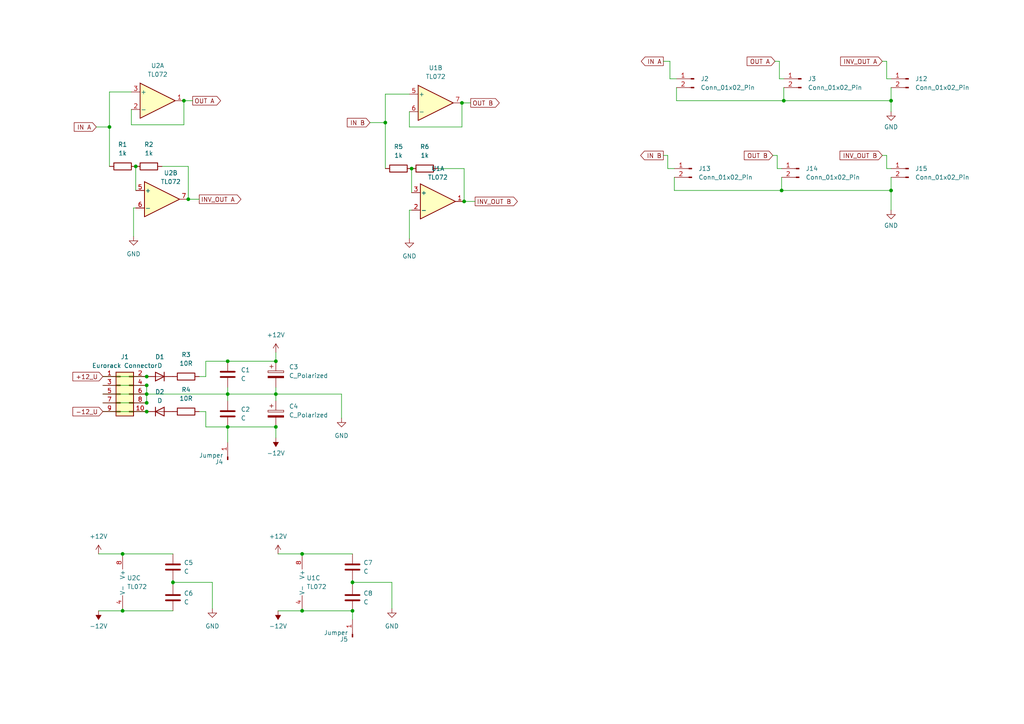
<source format=kicad_sch>
(kicad_sch (version 20230121) (generator eeschema)
  (paper "A4")
  (lib_symbols
    (symbol "Amplifier_Operational:TL072" (pin_names (offset 0.127))
      (property "Reference" "U" (at 0 5.08 0))
      (property "Value" "TL072" (at 0 -5.08 0))
      (symbol "TL072_1_1"
        (polyline (pts (xy -5.08 5.08) (xy 5.08 0) (xy -5.08 -5.08) (xy -5.08 5.08)) (stroke (width 0.254)) (fill (type background)))
        (pin output line (at 7.62 0 180) (length 2.54) (name "~") (number "1"))
        (pin input line (at -7.62 -2.54 0) (length 2.54) (name "-") (number "2"))
        (pin input line (at -7.62 2.54 0) (length 2.54) (name "+") (number "3"))
      )
      (symbol "TL072_2_1"
        (polyline (pts (xy -5.08 5.08) (xy 5.08 0) (xy -5.08 -5.08) (xy -5.08 5.08)) (stroke (width 0.254)) (fill (type background)))
        (pin input line (at -7.62 2.54 0) (length 2.54) (name "+") (number "5"))
        (pin input line (at -7.62 -2.54 0) (length 2.54) (name "-") (number "6"))
        (pin output line (at 7.62 0 180) (length 2.54) (name "~") (number "7"))
      )
      (symbol "TL072_3_1"
        (pin power_in line (at -2.54 -7.62 90) (length 3.81) (name "V-") (number "4"))
        (pin power_in line (at -2.54 7.62 270) (length 3.81) (name "V+") (number "8"))
      )
    )
    (symbol "Connector:Conn_01x01_Pin" (pin_names (offset 1.016) hide)
      (property "Reference" "J" (at 0 2.54 0))
      (property "Value" "Conn_01x01_Pin" (at 0 -2.54 0))
      (symbol "Conn_01x01_Pin_1_1"
        (polyline (pts (xy 1.27 0) (xy 0.8636 0)) (stroke (width 0.1524)))
        (rectangle (start 0.8636 0.127) (end 0 -0.127) (stroke (width 0.1524)) (fill (type outline)))
        (pin passive line (at 5.08 0 180) (length 3.81) (name "Pin_1") (number "1"))
      )
    )
    (symbol "Connector:Conn_01x02_Pin" (pin_names (offset 1.016) hide)
      (property "Reference" "J" (at 0 2.54 0))
      (property "Value" "Conn_01x02_Pin" (at 0 -5.08 0))
      (symbol "Conn_01x02_Pin_1_1"
        (polyline (pts (xy 1.27 -2.54) (xy 0.8636 -2.54)) (stroke (width 0.1524)))
        (polyline (pts (xy 1.27 0) (xy 0.8636 0)) (stroke (width 0.1524)))
        (rectangle (start 0.8636 -2.413) (end 0 -2.667) (stroke (width 0.1524)) (fill (type outline)))
        (rectangle (start 0.8636 0.127) (end 0 -0.127) (stroke (width 0.1524)) (fill (type outline)))
        (pin passive line (at 5.08 0 180) (length 3.81) (name "Pin_1") (number "1"))
        (pin passive line (at 5.08 -2.54 180) (length 3.81) (name "Pin_2") (number "2"))
      )
    )
    (symbol "Connector_Generic:Conn_02x05_Odd_Even" (pin_names (offset 1.016) hide)
      (property "Reference" "J" (at 1.27 7.62 0))
      (property "Value" "Conn_02x05_Odd_Even" (at 1.27 -7.62 0))
      (symbol "Conn_02x05_Odd_Even_1_1"
        (rectangle (start -1.27 -4.953) (end 0 -5.207) (stroke (width 0.1524)))
        (rectangle (start -1.27 -2.413) (end 0 -2.667) (stroke (width 0.1524)))
        (rectangle (start -1.27 0.127) (end 0 -0.127) (stroke (width 0.1524)))
        (rectangle (start -1.27 2.667) (end 0 2.413) (stroke (width 0.1524)))
        (rectangle (start -1.27 5.207) (end 0 4.953) (stroke (width 0.1524)))
        (rectangle (start -1.27 6.35) (end 3.81 -6.35) (stroke (width 0.254)) (fill (type background)))
        (rectangle (start 3.81 -4.953) (end 2.54 -5.207) (stroke (width 0.1524)))
        (rectangle (start 3.81 -2.413) (end 2.54 -2.667) (stroke (width 0.1524)))
        (rectangle (start 3.81 0.127) (end 2.54 -0.127) (stroke (width 0.1524)))
        (rectangle (start 3.81 2.667) (end 2.54 2.413) (stroke (width 0.1524)))
        (rectangle (start 3.81 5.207) (end 2.54 4.953) (stroke (width 0.1524)))
        (pin passive line (at -5.08 5.08 0) (length 3.81) (name "Pin_1") (number "1"))
        (pin passive line (at 7.62 -5.08 180) (length 3.81) (name "Pin_10") (number "10"))
        (pin passive line (at 7.62 5.08 180) (length 3.81) (name "Pin_2") (number "2"))
        (pin passive line (at -5.08 2.54 0) (length 3.81) (name "Pin_3") (number "3"))
        (pin passive line (at 7.62 2.54 180) (length 3.81) (name "Pin_4") (number "4"))
        (pin passive line (at -5.08 0 0) (length 3.81) (name "Pin_5") (number "5"))
        (pin passive line (at 7.62 0 180) (length 3.81) (name "Pin_6") (number "6"))
        (pin passive line (at -5.08 -2.54 0) (length 3.81) (name "Pin_7") (number "7"))
        (pin passive line (at 7.62 -2.54 180) (length 3.81) (name "Pin_8") (number "8"))
        (pin passive line (at -5.08 -5.08 0) (length 3.81) (name "Pin_9") (number "9"))
      )
    )
    (symbol "Device:C" (pin_numbers hide) (pin_names (offset 0.254))
      (property "Reference" "C" (at 0.635 2.54 0))
      (property "Value" "C" (at 0.635 -2.54 0))
      (symbol "C_0_1"
        (polyline (pts (xy -2.032 -0.762) (xy 2.032 -0.762)) (stroke (width 0.508)))
        (polyline (pts (xy -2.032 0.762) (xy 2.032 0.762)) (stroke (width 0.508)))
      )
      (symbol "C_1_1"
        (pin passive line (at 0 3.81 270) (length 2.794) (name "~") (number "1"))
        (pin passive line (at 0 -3.81 90) (length 2.794) (name "~") (number "2"))
      )
    )
    (symbol "Device:C_Polarized" (pin_numbers hide) (pin_names (offset 0.254))
      (property "Reference" "C" (at 0.635 2.54 0))
      (property "Value" "C_Polarized" (at 0.635 -2.54 0))
      (symbol "C_Polarized_0_1"
        (rectangle (start -2.286 0.508) (end 2.286 1.016))
        (polyline (pts (xy -1.778 2.286) (xy -0.762 2.286)))
        (polyline (pts (xy -1.27 2.794) (xy -1.27 1.778)))
        (rectangle (start 2.286 -0.508) (end -2.286 -1.016) (fill (type outline)))
      )
      (symbol "C_Polarized_1_1"
        (pin passive line (at 0 3.81 270) (length 2.794) (name "~") (number "1"))
        (pin passive line (at 0 -3.81 90) (length 2.794) (name "~") (number "2"))
      )
    )
    (symbol "Device:D" (pin_numbers hide) (pin_names (offset 1.016) hide)
      (property "Reference" "D" (at 0 2.54 0))
      (property "Value" "D" (at 0 -2.54 0))
      (symbol "D_0_1"
        (polyline (pts (xy -1.27 1.27) (xy -1.27 -1.27)) (stroke (width 0.254)))
        (polyline (pts (xy 1.27 0) (xy -1.27 0)))
        (polyline (pts (xy 1.27 1.27) (xy 1.27 -1.27) (xy -1.27 0) (xy 1.27 1.27)) (stroke (width 0.254)))
      )
      (symbol "D_1_1"
        (pin passive line (at -3.81 0 0) (length 2.54) (name "K") (number "1"))
        (pin passive line (at 3.81 0 180) (length 2.54) (name "A") (number "2"))
      )
    )
    (symbol "Device:R" (pin_numbers hide) (pin_names (offset 0))
      (property "Reference" "R" (at 2.032 0 90))
      (property "Value" "R" (at 0 0 90))
      (symbol "R_0_1"
        (rectangle (start -1.016 -2.54) (end 1.016 2.54) (stroke (width 0.254)))
      )
      (symbol "R_1_1"
        (pin passive line (at 0 3.81 270) (length 1.27) (name "~") (number "1"))
        (pin passive line (at 0 -3.81 90) (length 1.27) (name "~") (number "2"))
      )
    )
    (symbol "power:+12V" (power) (pin_names (offset 0))
      (property "Value" "+12V" (at 0 3.556 0))
      (symbol "+12V_0_1"
        (polyline (pts (xy -0.762 1.27) (xy 0 2.54)))
        (polyline (pts (xy 0 0) (xy 0 2.54)))
        (polyline (pts (xy 0 2.54) (xy 0.762 1.27)))
      )
      (symbol "+12V_1_1"
        (pin power_in line (at 0 0 90) (length 0) hide (name "+12V") (number "1"))
      )
    )
    (symbol "power:-12V" (power) (pin_names (offset 0))
      (property "Value" "-12V" (at 0 3.81 0))
      (symbol "-12V_0_0"
        (pin power_in line (at 0 0 90) (length 0) hide (name "-12V") (number "1"))
      )
      (symbol "-12V_0_1"
        (polyline (pts (xy 0 0) (xy 0 1.27) (xy 0.762 1.27) (xy 0 2.54) (xy -0.762 1.27) (xy 0 1.27)) (fill (type outline)))
      )
    )
    (symbol "power:GND" (power) (pin_names (offset 0))
      (property "Value" "GND" (at 0 -3.81 0))
      (symbol "GND_0_1"
        (polyline (pts (xy 0 0) (xy 0 -1.27) (xy 1.27 -1.27) (xy 0 -2.54) (xy -1.27 -1.27) (xy 0 -1.27)))
      )
      (symbol "GND_1_1"
        (pin power_in line (at 0 0 270) (length 0) hide (name "GND") (number "1"))
      )
    )
  )
  (junction (at 39.37 48.26))
  (junction (at 87.63 160.655))
  (junction (at 42.545 116.84))
  (junction (at 42.545 111.76))
  (junction (at 42.545 114.3))
  (junction (at 133.985 29.845))
  (junction (at 80.01 114.3))
  (junction (at 53.34 29.21))
  (junction (at 227.33 29.21))
  (junction (at 35.56 177.165))
  (junction (at 50.165 168.91))
  (junction (at 87.63 177.165))
  (junction (at 80.01 123.825))
  (junction (at 111.76 35.56))
  (junction (at 66.04 123.825))
  (junction (at 42.545 109.22))
  (junction (at 66.04 104.775))
  (junction (at 42.545 119.38))
  (junction (at 35.56 160.655))
  (junction (at 134.62 58.42))
  (junction (at 226.695 55.245))
  (junction (at 119.38 48.895))
  (junction (at 66.04 114.3))
  (junction (at 102.235 168.91))
  (junction (at 258.445 29.21))
  (junction (at 102.235 177.165))
  (junction (at 80.01 104.775))
  (junction (at 258.445 55.245))
  (junction (at 54.61 57.785))
  (junction (at 31.75 36.83))
  (wire (pts (xy 54.61 48.26) (xy 46.99 48.26)))
  (wire (pts (xy 111.76 27.305) (xy 118.745 27.305)))
  (wire (pts (xy 66.04 104.775) (xy 80.01 104.775)))
  (wire (pts (xy 258.445 55.245) (xy 258.445 60.96)))
  (wire (pts (xy 196.215 25.4) (xy 196.215 29.21)))
  (wire (pts (xy 193.675 48.895) (xy 193.675 45.085)))
  (wire (pts (xy 38.1 31.75) (xy 38.1 36.195)))
  (wire (pts (xy 102.235 168.91) (xy 102.235 169.545)))
  (wire (pts (xy 133.985 29.845) (xy 133.985 36.83)))
  (wire (pts (xy 59.69 104.775) (xy 59.69 109.22)))
  (wire (pts (xy 102.235 168.275) (xy 102.235 168.91)))
  (wire (pts (xy 57.785 119.38) (xy 59.69 119.38)))
  (wire (pts (xy 134.62 58.42) (xy 137.795 58.42)))
  (wire (pts (xy 99.06 114.3) (xy 99.06 121.285)))
  (wire (pts (xy 80.01 102.235) (xy 80.01 104.775)))
  (wire (pts (xy 29.845 116.84) (xy 42.545 116.84)))
  (wire (pts (xy 53.34 29.21) (xy 53.34 36.195)))
  (wire (pts (xy 226.695 51.435) (xy 226.695 55.245)))
  (wire (pts (xy 38.735 60.325) (xy 39.37 60.325)))
  (wire (pts (xy 80.645 160.655) (xy 87.63 160.655)))
  (wire (pts (xy 66.04 114.3) (xy 66.04 116.205)))
  (wire (pts (xy 258.445 29.21) (xy 227.33 29.21)))
  (wire (pts (xy 31.75 48.26) (xy 31.75 36.83)))
  (wire (pts (xy 66.04 123.825) (xy 80.01 123.825)))
  (wire (pts (xy 31.75 36.83) (xy 31.75 26.67)))
  (wire (pts (xy 50.165 168.91) (xy 61.595 168.91)))
  (wire (pts (xy 102.235 160.655) (xy 87.63 160.655)))
  (wire (pts (xy 59.69 123.825) (xy 66.04 123.825)))
  (wire (pts (xy 38.735 68.58) (xy 38.735 60.325)))
  (wire (pts (xy 257.175 17.78) (xy 257.175 22.86)))
  (wire (pts (xy 195.58 48.895) (xy 193.675 48.895)))
  (wire (pts (xy 102.235 179.705) (xy 102.235 177.165)))
  (wire (pts (xy 29.845 109.22) (xy 42.545 109.22)))
  (wire (pts (xy 80.01 112.395) (xy 80.01 114.3)))
  (wire (pts (xy 194.31 22.86) (xy 194.31 17.78)))
  (wire (pts (xy 53.34 29.21) (xy 55.88 29.21)))
  (wire (pts (xy 27.94 36.83) (xy 31.75 36.83)))
  (wire (pts (xy 87.63 177.165) (xy 102.235 177.165)))
  (wire (pts (xy 59.69 119.38) (xy 59.69 123.825)))
  (wire (pts (xy 226.695 55.245) (xy 195.58 55.245)))
  (wire (pts (xy 257.175 45.085) (xy 255.905 45.085)))
  (wire (pts (xy 196.215 22.86) (xy 194.31 22.86)))
  (wire (pts (xy 224.155 45.085) (xy 225.425 45.085)))
  (wire (pts (xy 80.645 177.165) (xy 87.63 177.165)))
  (wire (pts (xy 227.33 25.4) (xy 227.33 29.21)))
  (wire (pts (xy 111.76 35.56) (xy 111.76 27.305)))
  (wire (pts (xy 258.445 55.245) (xy 226.695 55.245)))
  (wire (pts (xy 50.165 168.91) (xy 50.165 169.545)))
  (wire (pts (xy 28.575 160.655) (xy 35.56 160.655)))
  (wire (pts (xy 107.315 35.56) (xy 111.76 35.56)))
  (wire (pts (xy 192.405 45.085) (xy 193.675 45.085)))
  (wire (pts (xy 133.985 29.845) (xy 136.525 29.845)))
  (wire (pts (xy 50.165 177.165) (xy 35.56 177.165)))
  (wire (pts (xy 226.695 48.895) (xy 225.425 48.895)))
  (wire (pts (xy 38.1 36.195) (xy 53.34 36.195)))
  (wire (pts (xy 39.37 48.26) (xy 39.37 55.245)))
  (wire (pts (xy 227.33 29.21) (xy 196.215 29.21)))
  (wire (pts (xy 134.62 48.895) (xy 134.62 58.42)))
  (wire (pts (xy 61.595 168.91) (xy 61.595 176.53)))
  (wire (pts (xy 42.545 114.3) (xy 66.04 114.3)))
  (wire (pts (xy 54.61 48.26) (xy 54.61 57.785)))
  (wire (pts (xy 111.76 48.895) (xy 111.76 35.56)))
  (wire (pts (xy 258.445 51.435) (xy 258.445 55.245)))
  (wire (pts (xy 226.06 22.86) (xy 226.06 17.78)))
  (wire (pts (xy 258.445 25.4) (xy 258.445 29.21)))
  (wire (pts (xy 87.63 176.53) (xy 87.63 177.165)))
  (wire (pts (xy 66.04 112.395) (xy 66.04 114.3)))
  (wire (pts (xy 42.545 114.3) (xy 42.545 116.84)))
  (wire (pts (xy 119.38 48.895) (xy 119.38 55.88)))
  (wire (pts (xy 118.745 60.96) (xy 119.38 60.96)))
  (wire (pts (xy 28.575 177.165) (xy 35.56 177.165)))
  (wire (pts (xy 66.04 104.775) (xy 59.69 104.775)))
  (wire (pts (xy 134.62 48.895) (xy 127 48.895)))
  (wire (pts (xy 29.845 111.76) (xy 42.545 111.76)))
  (wire (pts (xy 80.01 123.825) (xy 80.01 127)))
  (wire (pts (xy 102.235 168.91) (xy 113.665 168.91)))
  (wire (pts (xy 258.445 48.895) (xy 257.175 48.895)))
  (wire (pts (xy 257.175 48.895) (xy 257.175 45.085)))
  (wire (pts (xy 192.405 17.78) (xy 194.31 17.78)))
  (wire (pts (xy 54.61 57.785) (xy 57.785 57.785)))
  (wire (pts (xy 31.75 26.67) (xy 38.1 26.67)))
  (wire (pts (xy 118.745 69.215) (xy 118.745 60.96)))
  (wire (pts (xy 118.745 36.83) (xy 133.985 36.83)))
  (wire (pts (xy 42.545 111.76) (xy 42.545 114.3)))
  (wire (pts (xy 57.785 109.22) (xy 59.69 109.22)))
  (wire (pts (xy 29.845 119.38) (xy 42.545 119.38)))
  (wire (pts (xy 50.165 168.275) (xy 50.165 168.91)))
  (wire (pts (xy 195.58 51.435) (xy 195.58 55.245)))
  (wire (pts (xy 66.04 123.825) (xy 66.04 128.27)))
  (wire (pts (xy 80.01 114.3) (xy 99.06 114.3)))
  (wire (pts (xy 227.33 22.86) (xy 226.06 22.86)))
  (wire (pts (xy 35.56 160.655) (xy 35.56 161.29)))
  (wire (pts (xy 255.905 17.78) (xy 257.175 17.78)))
  (wire (pts (xy 80.01 114.3) (xy 80.01 116.205)))
  (wire (pts (xy 257.175 22.86) (xy 258.445 22.86)))
  (wire (pts (xy 87.63 160.655) (xy 87.63 161.29)))
  (wire (pts (xy 113.665 168.91) (xy 113.665 176.53)))
  (wire (pts (xy 29.845 114.3) (xy 42.545 114.3)))
  (wire (pts (xy 35.56 176.53) (xy 35.56 177.165)))
  (wire (pts (xy 50.165 160.655) (xy 35.56 160.655)))
  (wire (pts (xy 258.445 29.21) (xy 258.445 32.385)))
  (wire (pts (xy 224.79 17.78) (xy 226.06 17.78)))
  (wire (pts (xy 225.425 48.895) (xy 225.425 45.085)))
  (wire (pts (xy 118.745 32.385) (xy 118.745 36.83)))
  (wire (pts (xy 66.04 114.3) (xy 80.01 114.3)))
  (global_label "INV_OUT B" (shape input) (at 255.905 45.085 180) (property "Intersheetrefs" "${INTERSHEET_REFS}" (effects hide)))
  (global_label "INV_OUT A" (shape input) (at 255.905 17.78 180) (property "Intersheetrefs" "${INTERSHEET_REFS}" (effects hide)))
  (global_label "-12_U" (shape input) (at 29.845 119.38 180) (property "Intersheetrefs" "${INTERSHEET_REFS}" (effects hide)))
  (global_label "INV_OUT B" (shape output) (at 137.795 58.42 0) (property "Intersheetrefs" "${INTERSHEET_REFS}" (effects hide)))
  (global_label "INV_OUT A" (shape output) (at 57.785 57.785 0) (property "Intersheetrefs" "${INTERSHEET_REFS}" (effects hide)))
  (global_label "OUT B" (shape input) (at 224.155 45.085 180) (property "Intersheetrefs" "${INTERSHEET_REFS}" (effects hide)))
  (global_label "OUT A" (shape input) (at 224.79 17.78 180) (property "Intersheetrefs" "${INTERSHEET_REFS}" (effects hide)))
  (global_label "OUT B" (shape output) (at 136.525 29.845 0) (property "Intersheetrefs" "${INTERSHEET_REFS}" (effects hide)))
  (global_label "IN B" (shape input) (at 107.315 35.56 180) (property "Intersheetrefs" "${INTERSHEET_REFS}" (effects hide)))
  (global_label "IN A" (shape input) (at 27.94 36.83 180) (property "Intersheetrefs" "${INTERSHEET_REFS}" (effects hide)))
  (global_label "IN B" (shape output) (at 192.405 45.085 180) (property "Intersheetrefs" "${INTERSHEET_REFS}" (effects hide)))
  (global_label "IN A" (shape output) (at 192.405 17.78 180) (property "Intersheetrefs" "${INTERSHEET_REFS}" (effects hide)))
  (global_label "OUT A" (shape output) (at 55.88 29.21 0) (property "Intersheetrefs" "${INTERSHEET_REFS}" (effects hide)))
  (global_label "+12_U" (shape input) (at 29.845 109.22 180) (property "Intersheetrefs" "${INTERSHEET_REFS}" (effects hide)))
  (symbol (lib_id "power:GND") (at 118.745 69.215 0) (unit 1)
    (property "Reference" "#PWR02" (effects hide))
    (property "Value" "GND" (at 118.745 74.295 0))
  )
  (symbol (lib_id "Device:R") (at 43.18 48.26 90) (unit 1)
    (property "Reference" "R2" (at 43.18 41.91 90))
    (property "Value" "1k" (at 43.18 44.45 90))
    (property "Footprint" "Resistor_THT:R_Axial_DIN0309_L9.0mm_D3.2mm_P5.08mm_Vertical" (effects hide))
  )
  (symbol (lib_id "Amplifier_Operational:TL072") (at 45.72 29.21 0) (unit 1)
    (property "Reference" "U2" (at 45.72 19.05 0))
    (property "Value" "TL072" (at 45.72 21.59 0))
    (property "Footprint" "Package_DIP:DIP-8_W7.62mm" (effects hide))
    (property "Datasheet" "http://www.ti.com/lit/ds/symlink/tl071.pdf" (effects hide))
  )
  (symbol (lib_id "Device:C") (at 50.165 173.355 0) (unit 1)
    (property "Reference" "C6" (at 53.34 172.085 0) (effects (justify left)))
    (property "Value" "C" (at 53.34 174.625 0) (effects (justify left)))
    (property "Footprint" "Capacitor_THT:C_Disc_D4.3mm_W1.9mm_P5.00mm" (effects hide))
  )
  (symbol (lib_id "Device:D") (at 46.355 109.22 180) (unit 1)
    (property "Reference" "D1" (at 46.355 103.505 0))
    (property "Value" "D" (at 46.355 106.045 0))
    (property "Footprint" "Diode_THT:D_5W_P10.16mm_Horizontal" (effects hide))
    (property "Sim.Device" "D" (effects hide))
    (property "Sim.Pins" "1=K 2=A" (effects hide))
  )
  (symbol (lib_id "Connector:Conn_01x02_Pin") (at 200.66 48.895 0) (mirror y) (unit 1)
    (property "Reference" "J13" (at 202.565 48.895 0) (effects (justify right)))
    (property "Value" "Conn_01x02_Pin" (at 202.565 51.435 0) (effects (justify right)))
    (property "Footprint" "Connector_PinHeader_2.54mm:PinHeader_1x02_P2.54mm_Vertical" (effects hide))
  )
  (symbol (lib_id "power:GND") (at 258.445 32.385 0) (unit 1)
    (property "Reference" "#PWR07" (effects hide))
    (property "Value" "GND" (at 258.445 36.83 0))
  )
  (symbol (lib_id "power:GND") (at 113.665 176.53 0) (unit 1)
    (property "Reference" "#PWR013" (effects hide))
    (property "Value" "GND" (at 113.665 181.61 0))
  )
  (symbol (lib_id "Amplifier_Operational:TL072") (at 126.365 29.845 0) (unit 2)
    (property "Reference" "U1" (at 126.365 19.685 0))
    (property "Value" "TL072" (at 126.365 22.225 0))
    (property "Footprint" "Package_DIP:DIP-8_W7.62mm" (effects hide))
    (property "Datasheet" "http://www.ti.com/lit/ds/symlink/tl071.pdf" (effects hide))
  )
  (symbol (lib_id "power:-12V") (at 80.645 177.165 180) (unit 1)
    (property "Reference" "#PWR012" (effects hide))
    (property "Value" "-12V" (at 80.645 181.61 0))
  )
  (symbol (lib_id "Connector:Conn_01x02_Pin") (at 263.525 22.86 0) (mirror y) (unit 1)
    (property "Reference" "J12" (at 265.43 22.86 0) (effects (justify right)))
    (property "Value" "Conn_01x02_Pin" (at 265.43 25.4 0) (effects (justify right)))
    (property "Footprint" "Connector_PinHeader_2.54mm:PinHeader_1x02_P2.54mm_Vertical" (effects hide))
  )
  (symbol (lib_id "Device:R") (at 123.19 48.895 90) (unit 1)
    (property "Reference" "R6" (at 123.19 42.545 90))
    (property "Value" "1k" (at 123.19 45.085 90))
    (property "Footprint" "Resistor_THT:R_Axial_DIN0309_L9.0mm_D3.2mm_P5.08mm_Vertical" (effects hide))
  )
  (symbol (lib_id "Connector:Conn_01x02_Pin") (at 263.525 48.895 0) (mirror y) (unit 1)
    (property "Reference" "J15" (at 265.43 48.895 0) (effects (justify right)))
    (property "Value" "Conn_01x02_Pin" (at 265.43 51.435 0) (effects (justify right)))
    (property "Footprint" "Connector_PinHeader_2.54mm:PinHeader_1x02_P2.54mm_Vertical" (effects hide))
  )
  (symbol (lib_id "Connector:Conn_01x02_Pin") (at 231.775 48.895 0) (mirror y) (unit 1)
    (property "Reference" "J14" (at 233.68 48.895 0) (effects (justify right)))
    (property "Value" "Conn_01x02_Pin" (at 233.68 51.435 0) (effects (justify right)))
    (property "Footprint" "Connector_PinHeader_2.54mm:PinHeader_1x02_P2.54mm_Vertical" (effects hide))
  )
  (symbol (lib_id "power:+12V") (at 28.575 160.655 0) (unit 1)
    (property "Reference" "#PWR08" (effects hide))
    (property "Value" "+12V" (at 28.575 155.575 0))
  )
  (symbol (lib_id "Device:R") (at 115.57 48.895 90) (unit 1)
    (property "Reference" "R5" (at 115.57 42.545 90))
    (property "Value" "1k" (at 115.57 45.085 90))
    (property "Footprint" "Resistor_THT:R_Axial_DIN0309_L9.0mm_D3.2mm_P5.08mm_Vertical" (effects hide))
  )
  (symbol (lib_id "Connector:Conn_01x02_Pin") (at 232.41 22.86 0) (mirror y) (unit 1)
    (property "Reference" "J3" (at 234.315 22.86 0) (effects (justify right)))
    (property "Value" "Conn_01x02_Pin" (at 234.315 25.4 0) (effects (justify right)))
    (property "Footprint" "Connector_PinHeader_2.54mm:PinHeader_1x02_P2.54mm_Vertical" (effects hide))
  )
  (symbol (lib_id "Device:C") (at 102.235 173.355 0) (unit 1)
    (property "Reference" "C8" (at 105.41 172.085 0) (effects (justify left)))
    (property "Value" "C" (at 105.41 174.625 0) (effects (justify left)))
    (property "Footprint" "Capacitor_THT:C_Disc_D4.3mm_W1.9mm_P5.00mm" (effects hide))
  )
  (symbol (lib_id "Device:R") (at 53.975 119.38 90) (unit 1)
    (property "Reference" "R4" (at 53.975 113.03 90))
    (property "Value" "10R" (at 53.975 115.57 90))
    (property "Footprint" "Resistor_THT:R_Axial_DIN0309_L9.0mm_D3.2mm_P5.08mm_Vertical" (effects hide))
  )
  (symbol (lib_id "Connector:Conn_01x01_Pin") (at 102.235 184.785 90) (unit 1)
    (property "Reference" "J5" (at 100.965 185.42 90) (effects (justify left)))
    (property "Value" "Jumper" (at 100.965 183.515 90) (effects (justify left)))
    (property "Footprint" "My_Library:Jumper Wire Hole" (effects hide))
  )
  (symbol (lib_id "Device:R") (at 53.975 109.22 90) (unit 1)
    (property "Reference" "R3" (at 53.975 102.87 90))
    (property "Value" "10R" (at 53.975 105.41 90))
    (property "Footprint" "Resistor_THT:R_Axial_DIN0309_L9.0mm_D3.2mm_P5.08mm_Vertical" (effects hide))
  )
  (symbol (lib_id "Device:D") (at 46.355 119.38 0) (unit 1)
    (property "Reference" "D2" (at 46.355 113.665 0))
    (property "Value" "D" (at 46.355 116.205 0))
    (property "Footprint" "Diode_THT:D_5W_P10.16mm_Horizontal" (effects hide))
    (property "Sim.Device" "D" (effects hide))
    (property "Sim.Pins" "1=K 2=A" (effects hide))
  )
  (symbol (lib_id "power:GND") (at 99.06 121.285 0) (unit 1)
    (property "Reference" "#PWR05" (effects hide))
    (property "Value" "GND" (at 99.06 126.365 0))
  )
  (symbol (lib_id "power:GND") (at 38.735 68.58 0) (unit 1)
    (property "Reference" "#PWR01" (effects hide))
    (property "Value" "GND" (at 38.735 73.66 0))
  )
  (symbol (lib_id "Device:C_Polarized") (at 80.01 108.585 0) (unit 1)
    (property "Reference" "C3" (at 83.82 106.426 0) (effects (justify left)))
    (property "Value" "C_Polarized" (at 83.82 108.966 0) (effects (justify left)))
    (property "Footprint" "Capacitor_THT:CP_Radial_D5.0mm_P2.50mm" (effects hide))
  )
  (symbol (lib_id "Amplifier_Operational:TL072") (at 127 58.42 0) (unit 1)
    (property "Reference" "U1" (at 127 48.895 0))
    (property "Value" "TL072" (at 127 51.435 0))
    (property "Footprint" "Package_DIP:DIP-8_W7.62mm" (effects hide))
    (property "Datasheet" "http://www.ti.com/lit/ds/symlink/tl071.pdf" (effects hide))
  )
  (symbol (lib_id "Device:C") (at 50.165 164.465 0) (unit 1)
    (property "Reference" "C5" (at 53.34 163.195 0) (effects (justify left)))
    (property "Value" "C" (at 53.34 165.735 0) (effects (justify left)))
    (property "Footprint" "Capacitor_THT:C_Disc_D4.3mm_W1.9mm_P5.00mm" (effects hide))
  )
  (symbol (lib_id "power:+12V") (at 80.645 160.655 0) (unit 1)
    (property "Reference" "#PWR011" (effects hide))
    (property "Value" "+12V" (at 80.645 155.575 0))
  )
  (symbol (lib_id "Device:C_Polarized") (at 80.01 120.015 0) (unit 1)
    (property "Reference" "C4" (at 83.82 117.856 0) (effects (justify left)))
    (property "Value" "C_Polarized" (at 83.82 120.396 0) (effects (justify left)))
    (property "Footprint" "Capacitor_THT:CP_Radial_D5.0mm_P2.50mm" (effects hide))
  )
  (symbol (lib_id "Connector_Generic:Conn_02x05_Odd_Even") (at 34.925 114.3 0) (unit 1)
    (property "Reference" "J1" (at 36.195 103.505 0))
    (property "Value" "Eurorack Connector" (at 36.195 106.045 0))
    (property "Footprint" "My_Library:Eurorack Power (IDC p=2.54)_Stripe_copy" (effects hide))
  )
  (symbol (lib_id "Amplifier_Operational:TL072") (at 90.17 168.91 0) (unit 3)
    (property "Reference" "U1" (at 88.9 167.64 0) (effects (justify left)))
    (property "Value" "TL072" (at 88.9 170.18 0) (effects (justify left)))
    (property "Footprint" "Package_DIP:DIP-8_W7.62mm" (effects hide))
    (property "Datasheet" "http://www.ti.com/lit/ds/symlink/tl071.pdf" (effects hide))
  )
  (symbol (lib_id "Device:C") (at 66.04 120.015 0) (unit 1)
    (property "Reference" "C2" (at 69.85 118.745 0) (effects (justify left)))
    (property "Value" "C" (at 69.85 121.285 0) (effects (justify left)))
    (property "Footprint" "Capacitor_THT:C_Disc_D4.7mm_W2.5mm_P5.00mm" (effects hide))
  )
  (symbol (lib_id "Connector:Conn_01x02_Pin") (at 201.295 22.86 0) (mirror y) (unit 1)
    (property "Reference" "J2" (at 203.2 22.86 0) (effects (justify right)))
    (property "Value" "Conn_01x02_Pin" (at 203.2 25.4 0) (effects (justify right)))
    (property "Footprint" "Connector_PinHeader_2.54mm:PinHeader_1x02_P2.54mm_Vertical" (effects hide))
  )
  (symbol (lib_id "power:GND") (at 61.595 176.53 0) (unit 1)
    (property "Reference" "#PWR010" (effects hide))
    (property "Value" "GND" (at 61.595 181.61 0))
  )
  (symbol (lib_id "power:GND") (at 258.445 60.96 0) (unit 1)
    (property "Reference" "#PWR06" (effects hide))
    (property "Value" "GND" (at 258.445 65.405 0))
  )
  (symbol (lib_id "power:-12V") (at 80.01 127 180) (unit 1)
    (property "Reference" "#PWR04" (effects hide))
    (property "Value" "-12V" (at 80.01 131.445 0))
  )
  (symbol (lib_id "power:+12V") (at 80.01 102.235 0) (unit 1)
    (property "Reference" "#PWR03" (effects hide))
    (property "Value" "+12V" (at 80.01 97.155 0))
  )
  (symbol (lib_id "Amplifier_Operational:TL072") (at 46.99 57.785 0) (unit 2)
    (property "Reference" "U2" (at 49.53 50.165 0))
    (property "Value" "TL072" (at 49.53 52.705 0))
    (property "Footprint" "Package_DIP:DIP-8_W7.62mm" (effects hide))
    (property "Datasheet" "http://www.ti.com/lit/ds/symlink/tl071.pdf" (effects hide))
  )
  (symbol (lib_id "power:-12V") (at 28.575 177.165 180) (unit 1)
    (property "Reference" "#PWR09" (effects hide))
    (property "Value" "-12V" (at 28.575 181.61 0))
  )
  (symbol (lib_id "Device:C") (at 66.04 108.585 0) (unit 1)
    (property "Reference" "C1" (at 69.85 107.315 0) (effects (justify left)))
    (property "Value" "C" (at 69.85 109.855 0) (effects (justify left)))
    (property "Footprint" "Capacitor_THT:C_Disc_D4.7mm_W2.5mm_P5.00mm" (effects hide))
  )
  (symbol (lib_id "Connector:Conn_01x01_Pin") (at 66.04 133.35 90) (unit 1)
    (property "Reference" "J4" (at 64.77 133.985 90) (effects (justify left)))
    (property "Value" "Jumper" (at 64.77 132.08 90) (effects (justify left)))
    (property "Footprint" "My_Library:Jumper Wire Hole" (effects hide))
  )
  (symbol (lib_id "Device:R") (at 35.56 48.26 90) (unit 1)
    (property "Reference" "R1" (at 35.56 41.91 90))
    (property "Value" "1k" (at 35.56 44.45 90))
    (property "Footprint" "Resistor_THT:R_Axial_DIN0309_L9.0mm_D3.2mm_P5.08mm_Vertical" (effects hide))
  )
  (symbol (lib_id "Device:C") (at 102.235 164.465 0) (unit 1)
    (property "Reference" "C7" (at 105.41 163.195 0) (effects (justify left)))
    (property "Value" "C" (at 105.41 165.735 0) (effects (justify left)))
    (property "Footprint" "Capacitor_THT:C_Disc_D4.3mm_W1.9mm_P5.00mm" (effects hide))
  )
  (symbol (lib_id "Amplifier_Operational:TL072") (at 38.1 168.91 0) (unit 3)
    (property "Reference" "U2" (at 36.83 167.64 0) (effects (justify left)))
    (property "Value" "TL072" (at 36.83 170.18 0) (effects (justify left)))
    (property "Footprint" "Package_DIP:DIP-8_W7.62mm" (effects hide))
    (property "Datasheet" "http://www.ti.com/lit/ds/symlink/tl071.pdf" (effects hide))
  )
)
</source>
